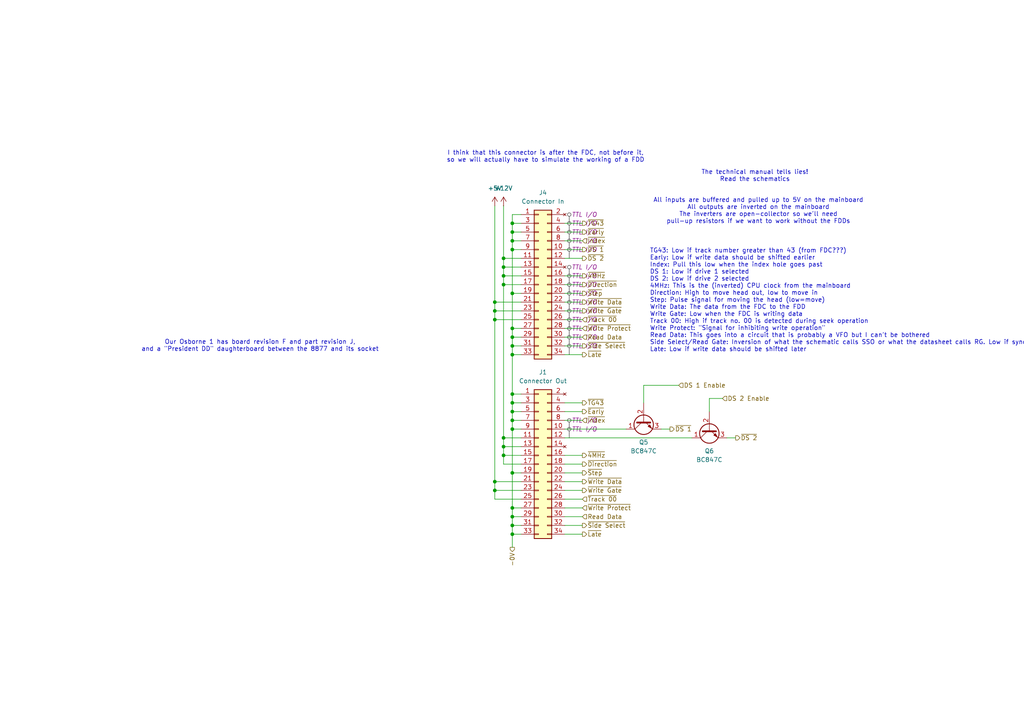
<source format=kicad_sch>
(kicad_sch (version 20231120) (generator "eeschema") (generator_version "8.0")
  (paper "A4")
  (lib_symbols
    (symbol "Conn_02x17_Odd_Even_1" (pin_names (offset 1.016) hide)
      (property "Reference" "J4" (at 1.27 26.67 0))
      (property "Value" "Connector Out" (at 1.27 24.13 0))
      (symbol "Conn_02x17_Odd_Even_1_1_1"
        (rectangle (start -1.27 -20.193) (end 0 -20.447) (stroke (width 0.1524)))
        (rectangle (start -1.27 -17.653) (end 0 -17.907) (stroke (width 0.1524)))
        (rectangle (start -1.27 -15.113) (end 0 -15.367) (stroke (width 0.1524)))
        (rectangle (start -1.27 -12.573) (end 0 -12.827) (stroke (width 0.1524)))
        (rectangle (start -1.27 -10.033) (end 0 -10.287) (stroke (width 0.1524)))
        (rectangle (start -1.27 -7.493) (end 0 -7.747) (stroke (width 0.1524)))
        (rectangle (start -1.27 -4.953) (end 0 -5.207) (stroke (width 0.1524)))
        (rectangle (start -1.27 -2.413) (end 0 -2.667) (stroke (width 0.1524)))
        (rectangle (start -1.27 0.127) (end 0 -0.127) (stroke (width 0.1524)))
        (rectangle (start -1.27 2.667) (end 0 2.413) (stroke (width 0.1524)))
        (rectangle (start -1.27 5.207) (end 0 4.953) (stroke (width 0.1524)))
        (rectangle (start -1.27 7.747) (end 0 7.493) (stroke (width 0.1524)))
        (rectangle (start -1.27 10.287) (end 0 10.033) (stroke (width 0.1524)))
        (rectangle (start -1.27 12.827) (end 0 12.573) (stroke (width 0.1524)))
        (rectangle (start -1.27 15.367) (end 0 15.113) (stroke (width 0.1524)))
        (rectangle (start -1.27 17.907) (end 0 17.653) (stroke (width 0.1524)))
        (rectangle (start -1.27 20.447) (end 0 20.193) (stroke (width 0.1524)))
        (rectangle (start -1.27 21.59) (end 3.81 -21.59) (stroke (width 0.254)) (fill (type background)))
        (rectangle (start 3.81 -20.193) (end 2.54 -20.447) (stroke (width 0.1524)))
        (rectangle (start 3.81 -17.653) (end 2.54 -17.907) (stroke (width 0.1524)))
        (rectangle (start 3.81 -15.113) (end 2.54 -15.367) (stroke (width 0.1524)))
        (rectangle (start 3.81 -12.573) (end 2.54 -12.827) (stroke (width 0.1524)))
        (rectangle (start 3.81 -10.033) (end 2.54 -10.287) (stroke (width 0.1524)))
        (rectangle (start 3.81 -7.493) (end 2.54 -7.747) (stroke (width 0.1524)))
        (rectangle (start 3.81 -4.953) (end 2.54 -5.207) (stroke (width 0.1524)))
        (rectangle (start 3.81 -2.413) (end 2.54 -2.667) (stroke (width 0.1524)))
        (rectangle (start 3.81 0.127) (end 2.54 -0.127) (stroke (width 0.1524)))
        (rectangle (start 3.81 2.667) (end 2.54 2.413) (stroke (width 0.1524)))
        (rectangle (start 3.81 5.207) (end 2.54 4.953) (stroke (width 0.1524)))
        (rectangle (start 3.81 7.747) (end 2.54 7.493) (stroke (width 0.1524)))
        (rectangle (start 3.81 10.287) (end 2.54 10.033) (stroke (width 0.1524)))
        (rectangle (start 3.81 12.827) (end 2.54 12.573) (stroke (width 0.1524)))
        (rectangle (start 3.81 15.367) (end 2.54 15.113) (stroke (width 0.1524)))
        (rectangle (start 3.81 17.907) (end 2.54 17.653) (stroke (width 0.1524)))
        (rectangle (start 3.81 20.447) (end 2.54 20.193) (stroke (width 0.1524)))
        (pin passive line (at -5.08 20.32 0) (length 3.81) (name "Pin_1") (number "1"))
        (pin passive line (at 7.62 10.16 180) (length 3.81) (name "Pin_10") (number "10"))
        (pin passive line (at -5.08 7.62 0) (length 3.81) (name "Pin_11") (number "11"))
        (pin passive line (at 7.62 7.62 180) (length 3.81) (name "Pin_12") (number "12"))
        (pin passive line (at -5.08 5.08 0) (length 3.81) (name "Pin_13") (number "13"))
        (pin no_connect line (at 7.62 5.08 180) (length 3.81) (name "Pin_14") (number "14"))
        (pin passive line (at -5.08 2.54 0) (length 3.81) (name "Pin_15") (number "15"))
        (pin passive line (at 7.62 2.54 180) (length 3.81) (name "Pin_16") (number "16"))
        (pin passive line (at -5.08 0 0) (length 3.81) (name "Pin_17") (number "17"))
        (pin passive line (at 7.62 0 180) (length 3.81) (name "Pin_18") (number "18"))
        (pin passive line (at -5.08 -2.54 0) (length 3.81) (name "Pin_19") (number "19"))
        (pin no_connect line (at 7.62 20.32 180) (length 3.81) (name "Pin_2") (number "2"))
        (pin passive line (at 7.62 -2.54 180) (length 3.81) (name "Pin_20") (number "20"))
        (pin passive line (at -5.08 -5.08 0) (length 3.81) (name "Pin_21") (number "21"))
        (pin passive line (at 7.62 -5.08 180) (length 3.81) (name "Pin_22") (number "22"))
        (pin passive line (at -5.08 -7.62 0) (length 3.81) (name "Pin_23") (number "23"))
        (pin passive line (at 7.62 -7.62 180) (length 3.81) (name "Pin_24") (number "24"))
        (pin passive line (at -5.08 -10.16 0) (length 3.81) (name "Pin_25") (number "25"))
        (pin passive line (at 7.62 -10.16 180) (length 3.81) (name "Pin_26") (number "26"))
        (pin passive line (at -5.08 -12.7 0) (length 3.81) (name "Pin_27") (number "27"))
        (pin passive line (at 7.62 -12.7 180) (length 3.81) (name "Pin_28") (number "28"))
        (pin passive line (at -5.08 -15.24 0) (length 3.81) (name "Pin_29") (number "29"))
        (pin passive line (at -5.08 17.78 0) (length 3.81) (name "Pin_3") (number "3"))
        (pin passive line (at 7.62 -15.24 180) (length 3.81) (name "Pin_30") (number "30"))
        (pin passive line (at -5.08 -17.78 0) (length 3.81) (name "Pin_31") (number "31"))
        (pin passive line (at 7.62 -17.78 180) (length 3.81) (name "Pin_32") (number "32"))
        (pin passive line (at -5.08 -20.32 0) (length 3.81) (name "Pin_33") (number "33"))
        (pin passive line (at 7.62 -20.32 180) (length 3.81) (name "Pin_34") (number "34"))
        (pin passive line (at 7.62 17.78 180) (length 3.81) (name "Pin_4") (number "4"))
        (pin passive line (at -5.08 15.24 0) (length 3.81) (name "Pin_5") (number "5"))
        (pin passive line (at 7.62 15.24 180) (length 3.81) (name "Pin_6") (number "6"))
        (pin passive line (at -5.08 12.7 0) (length 3.81) (name "Pin_7") (number "7"))
        (pin passive line (at 7.62 12.7 180) (length 3.81) (name "Pin_8") (number "8"))
        (pin passive line (at -5.08 10.16 0) (length 3.81) (name "Pin_9") (number "9"))
      )
    )
    (symbol "Connector_Generic:Conn_02x17_Odd_Even" (pin_names (offset 1.016) hide)
      (property "Reference" "J1" (at 1.27 26.67 0))
      (property "Value" "Connector In" (at 1.27 24.13 0))
      (symbol "Conn_02x17_Odd_Even_1_1"
        (rectangle (start -1.27 -20.193) (end 0 -20.447) (stroke (width 0.1524)))
        (rectangle (start -1.27 -17.653) (end 0 -17.907) (stroke (width 0.1524)))
        (rectangle (start -1.27 -15.113) (end 0 -15.367) (stroke (width 0.1524)))
        (rectangle (start -1.27 -12.573) (end 0 -12.827) (stroke (width 0.1524)))
        (rectangle (start -1.27 -10.033) (end 0 -10.287) (stroke (width 0.1524)))
        (rectangle (start -1.27 -7.493) (end 0 -7.747) (stroke (width 0.1524)))
        (rectangle (start -1.27 -4.953) (end 0 -5.207) (stroke (width 0.1524)))
        (rectangle (start -1.27 -2.413) (end 0 -2.667) (stroke (width 0.1524)))
        (rectangle (start -1.27 0.127) (end 0 -0.127) (stroke (width 0.1524)))
        (rectangle (start -1.27 2.667) (end 0 2.413) (stroke (width 0.1524)))
        (rectangle (start -1.27 5.207) (end 0 4.953) (stroke (width 0.1524)))
        (rectangle (start -1.27 7.747) (end 0 7.493) (stroke (width 0.1524)))
        (rectangle (start -1.27 10.287) (end 0 10.033) (stroke (width 0.1524)))
        (rectangle (start -1.27 12.827) (end 0 12.573) (stroke (width 0.1524)))
        (rectangle (start -1.27 15.367) (end 0 15.113) (stroke (width 0.1524)))
        (rectangle (start -1.27 17.907) (end 0 17.653) (stroke (width 0.1524)))
        (rectangle (start -1.27 20.447) (end 0 20.193) (stroke (width 0.1524)))
        (rectangle (start -1.27 21.59) (end 3.81 -21.59) (stroke (width 0.254)) (fill (type background)))
        (rectangle (start 3.81 -20.193) (end 2.54 -20.447) (stroke (width 0.1524)))
        (rectangle (start 3.81 -17.653) (end 2.54 -17.907) (stroke (width 0.1524)))
        (rectangle (start 3.81 -15.113) (end 2.54 -15.367) (stroke (width 0.1524)))
        (rectangle (start 3.81 -12.573) (end 2.54 -12.827) (stroke (width 0.1524)))
        (rectangle (start 3.81 -10.033) (end 2.54 -10.287) (stroke (width 0.1524)))
        (rectangle (start 3.81 -7.493) (end 2.54 -7.747) (stroke (width 0.1524)))
        (rectangle (start 3.81 -4.953) (end 2.54 -5.207) (stroke (width 0.1524)))
        (rectangle (start 3.81 -2.413) (end 2.54 -2.667) (stroke (width 0.1524)))
        (rectangle (start 3.81 0.127) (end 2.54 -0.127) (stroke (width 0.1524)))
        (rectangle (start 3.81 2.667) (end 2.54 2.413) (stroke (width 0.1524)))
        (rectangle (start 3.81 5.207) (end 2.54 4.953) (stroke (width 0.1524)))
        (rectangle (start 3.81 7.747) (end 2.54 7.493) (stroke (width 0.1524)))
        (rectangle (start 3.81 10.287) (end 2.54 10.033) (stroke (width 0.1524)))
        (rectangle (start 3.81 12.827) (end 2.54 12.573) (stroke (width 0.1524)))
        (rectangle (start 3.81 15.367) (end 2.54 15.113) (stroke (width 0.1524)))
        (rectangle (start 3.81 17.907) (end 2.54 17.653) (stroke (width 0.1524)))
        (rectangle (start 3.81 20.447) (end 2.54 20.193) (stroke (width 0.1524)))
        (pin power_out line (at -5.08 20.32 0) (length 3.81) (name "Pin_1") (number "1"))
        (pin output line (at 7.62 10.16 180) (length 3.81) (name "Pin_10") (number "10"))
        (pin power_out line (at -5.08 7.62 0) (length 3.81) (name "Pin_11") (number "11"))
        (pin output line (at 7.62 7.62 180) (length 3.81) (name "Pin_12") (number "12"))
        (pin passive line (at -5.08 5.08 0) (length 3.81) (name "Pin_13") (number "13"))
        (pin no_connect line (at 7.62 5.08 180) (length 3.81) (name "Pin_14") (number "14"))
        (pin passive line (at -5.08 2.54 0) (length 3.81) (name "Pin_15") (number "15"))
        (pin output line (at 7.62 2.54 180) (length 3.81) (name "Pin_16") (number "16"))
        (pin passive line (at -5.08 0 0) (length 3.81) (name "Pin_17") (number "17"))
        (pin output line (at 7.62 0 180) (length 3.81) (name "Pin_18") (number "18"))
        (pin passive line (at -5.08 -2.54 0) (length 3.81) (name "Pin_19") (number "19"))
        (pin no_connect line (at 7.62 20.32 180) (length 3.81) (name "Pin_2") (number "2"))
        (pin output line (at 7.62 -2.54 180) (length 3.81) (name "Pin_20") (number "20"))
        (pin power_out line (at -5.08 -5.08 0) (length 3.81) (name "Pin_21") (number "21"))
        (pin output line (at 7.62 -5.08 180) (length 3.81) (name "Pin_22") (number "22"))
        (pin passive line (at -5.08 -7.62 0) (length 3.81) (name "Pin_23") (number "23"))
        (pin output line (at 7.62 -7.62 180) (length 3.81) (name "Pin_24") (number "24"))
        (pin passive line (at -5.08 -10.16 0) (length 3.81) (name "Pin_25") (number "25"))
        (pin input line (at 7.62 -10.16 180) (length 3.81) (name "Pin_26") (number "26"))
        (pin passive line (at -5.08 -12.7 0) (length 3.81) (name "Pin_27") (number "27"))
        (pin input line (at 7.62 -12.7 180) (length 3.81) (name "Pin_28") (number "28"))
        (pin passive line (at -5.08 -15.24 0) (length 3.81) (name "Pin_29") (number "29"))
        (pin passive line (at -5.08 17.78 0) (length 3.81) (name "Pin_3") (number "3"))
        (pin input line (at 7.62 -15.24 180) (length 3.81) (name "Pin_30") (number "30"))
        (pin passive line (at -5.08 -17.78 0) (length 3.81) (name "Pin_31") (number "31"))
        (pin output line (at 7.62 -17.78 180) (length 3.81) (name "Pin_32") (number "32"))
        (pin passive line (at -5.08 -20.32 0) (length 3.81) (name "Pin_33") (number "33"))
        (pin output line (at 7.62 -20.32 180) (length 3.81) (name "Pin_34") (number "34"))
        (pin output line (at 7.62 17.78 180) (length 3.81) (name "Pin_4") (number "4"))
        (pin passive line (at -5.08 15.24 0) (length 3.81) (name "Pin_5") (number "5"))
        (pin output line (at 7.62 15.24 180) (length 3.81) (name "Pin_6") (number "6"))
        (pin passive line (at -5.08 12.7 0) (length 3.81) (name "Pin_7") (number "7"))
        (pin input line (at 7.62 12.7 180) (length 3.81) (name "Pin_8") (number "8"))
        (pin passive line (at -5.08 10.16 0) (length 3.81) (name "Pin_9") (number "9"))
      )
    )
    (symbol "Transistor_BJT:BC547" (pin_names (offset 0) hide)
      (property "Reference" "Q" (at 5.08 1.905 0))
      (property "Value" "BC547" (at 5.08 0 0))
      (symbol "BC547_0_1"
        (polyline (pts (xy 0 0) (xy 0.635 0)))
        (polyline (pts (xy 0.635 0.635) (xy 2.54 2.54)))
        (polyline (pts (xy 0.635 -0.635) (xy 2.54 -2.54) (xy 2.54 -2.54)))
        (polyline (pts (xy 0.635 1.905) (xy 0.635 -1.905) (xy 0.635 -1.905)) (stroke (width 0.508)))
        (polyline (pts (xy 1.27 -1.778) (xy 1.778 -1.27) (xy 2.286 -2.286) (xy 1.27 -1.778) (xy 1.27 -1.778)) (fill (type outline)))
        (circle (center 1.27 0) (radius 2.8194) (stroke (width 0.254)))
      )
      (symbol "BC547_1_1"
        (pin passive line (at 2.54 5.08 270) (length 2.54) (name "C") (number "1"))
        (pin input line (at -5.08 0 0) (length 5.08) (name "B") (number "2"))
        (pin passive line (at 2.54 -5.08 90) (length 2.54) (name "E") (number "3"))
      )
    )
    (symbol "power:+12V" (power) (pin_numbers hide) (pin_names (offset 0) hide)
      (property "Value" "+12V" (at 0 3.556 0))
      (symbol "+12V_0_1"
        (polyline (pts (xy -0.762 1.27) (xy 0 2.54)))
        (polyline (pts (xy 0 0) (xy 0 2.54)))
        (polyline (pts (xy 0 2.54) (xy 0.762 1.27)))
      )
      (symbol "+12V_1_1"
        (pin power_in line (at 0 0 90) (length 0) (name "~") (number "1"))
      )
    )
    (symbol "power:+5V" (power) (pin_numbers hide) (pin_names (offset 0) hide)
      (property "Value" "+5V" (at 0 3.556 0))
      (symbol "+5V_0_1"
        (polyline (pts (xy -0.762 1.27) (xy 0 2.54)))
        (polyline (pts (xy 0 0) (xy 0 2.54)))
        (polyline (pts (xy 0 2.54) (xy 0.762 1.27)))
      )
      (symbol "+5V_1_1"
        (pin power_in line (at 0 0 90) (length 0) (name "~") (number "1"))
      )
    )
  )
  (junction (at 148.59 149.86))
  (junction (at 148.59 64.77))
  (junction (at 148.59 69.85))
  (junction (at 143.51 87.63))
  (junction (at 146.05 77.47))
  (junction (at 148.59 97.79))
  (junction (at 148.59 102.87))
  (junction (at 148.59 124.46))
  (junction (at 148.59 114.3))
  (junction (at 148.59 154.94))
  (junction (at 148.59 152.4))
  (junction (at 148.59 147.32))
  (junction (at 146.05 74.93))
  (junction (at 148.59 119.38))
  (junction (at 143.51 92.71))
  (junction (at 148.59 85.09))
  (junction (at 148.59 116.84))
  (junction (at 146.05 82.55))
  (junction (at 143.51 142.24))
  (junction (at 148.59 121.92))
  (junction (at 146.05 127))
  (junction (at 148.59 72.39))
  (junction (at 146.05 80.01))
  (junction (at 146.05 129.54))
  (junction (at 148.59 137.16))
  (junction (at 148.59 67.31))
  (junction (at 143.51 90.17))
  (junction (at 148.59 100.33))
  (junction (at 148.59 95.25))
  (junction (at 143.51 139.7))
  (junction (at 146.05 132.08))
  (wire (pts (xy 143.51 92.71) (xy 151.13 92.71)))
  (wire (pts (xy 163.83 74.93) (xy 168.91 74.93)))
  (wire (pts (xy 148.59 97.79) (xy 148.59 100.33)))
  (wire (pts (xy 148.59 67.31) (xy 148.59 69.85)))
  (wire (pts (xy 163.83 80.01) (xy 168.91 80.01)))
  (wire (pts (xy 148.59 69.85) (xy 151.13 69.85)))
  (wire (pts (xy 148.59 154.94) (xy 151.13 154.94)))
  (wire (pts (xy 146.05 132.08) (xy 146.05 129.54)))
  (wire (pts (xy 148.59 149.86) (xy 148.59 152.4)))
  (wire (pts (xy 163.83 119.38) (xy 168.91 119.38)))
  (wire (pts (xy 163.83 144.78) (xy 168.91 144.78)))
  (wire (pts (xy 148.59 67.31) (xy 151.13 67.31)))
  (wire (pts (xy 148.59 102.87) (xy 148.59 114.3)))
  (wire (pts (xy 163.83 154.94) (xy 168.91 154.94)))
  (wire (pts (xy 151.13 102.87) (xy 148.59 102.87)))
  (wire (pts (xy 146.05 59.69) (xy 146.05 74.93)))
  (wire (pts (xy 163.83 97.79) (xy 168.91 97.79)))
  (wire (pts (xy 148.59 114.3) (xy 151.13 114.3)))
  (wire (pts (xy 186.69 111.76) (xy 196.85 111.76)))
  (wire (pts (xy 143.51 144.78) (xy 143.51 142.24)))
  (wire (pts (xy 148.59 72.39) (xy 148.59 85.09)))
  (wire (pts (xy 163.83 67.31) (xy 168.91 67.31)))
  (wire (pts (xy 148.59 64.77) (xy 148.59 67.31)))
  (wire (pts (xy 163.83 127) (xy 200.66 127)))
  (wire (pts (xy 194.31 124.46) (xy 191.77 124.46)))
  (wire (pts (xy 148.59 147.32) (xy 148.59 149.86)))
  (wire (pts (xy 205.74 115.57) (xy 205.74 119.38)))
  (wire (pts (xy 148.59 100.33) (xy 151.13 100.33)))
  (wire (pts (xy 163.83 116.84) (xy 168.91 116.84)))
  (wire (pts (xy 151.13 62.23) (xy 148.59 62.23)))
  (wire (pts (xy 146.05 74.93) (xy 151.13 74.93)))
  (wire (pts (xy 163.83 102.87) (xy 168.91 102.87)))
  (wire (pts (xy 148.59 116.84) (xy 151.13 116.84)))
  (wire (pts (xy 143.51 90.17) (xy 151.13 90.17)))
  (wire (pts (xy 148.59 119.38) (xy 151.13 119.38)))
  (wire (pts (xy 163.83 142.24) (xy 168.91 142.24)))
  (wire (pts (xy 143.51 142.24) (xy 143.51 139.7)))
  (wire (pts (xy 143.51 87.63) (xy 143.51 90.17)))
  (wire (pts (xy 148.59 72.39) (xy 151.13 72.39)))
  (wire (pts (xy 146.05 127) (xy 151.13 127)))
  (wire (pts (xy 163.83 85.09) (xy 168.91 85.09)))
  (wire (pts (xy 146.05 127) (xy 146.05 82.55)))
  (wire (pts (xy 151.13 144.78) (xy 143.51 144.78)))
  (wire (pts (xy 148.59 124.46) (xy 148.59 137.16)))
  (wire (pts (xy 163.83 69.85) (xy 168.91 69.85)))
  (wire (pts (xy 148.59 154.94) (xy 148.59 158.75)))
  (wire (pts (xy 146.05 82.55) (xy 151.13 82.55)))
  (wire (pts (xy 163.83 100.33) (xy 168.91 100.33)))
  (wire (pts (xy 163.83 132.08) (xy 168.91 132.08)))
  (wire (pts (xy 148.59 114.3) (xy 148.59 116.84)))
  (wire (pts (xy 163.83 121.92) (xy 168.91 121.92)))
  (wire (pts (xy 143.51 142.24) (xy 151.13 142.24)))
  (wire (pts (xy 148.59 149.86) (xy 151.13 149.86)))
  (wire (pts (xy 146.05 74.93) (xy 146.05 77.47)))
  (wire (pts (xy 148.59 137.16) (xy 151.13 137.16)))
  (wire (pts (xy 148.59 100.33) (xy 148.59 102.87)))
  (wire (pts (xy 146.05 129.54) (xy 151.13 129.54)))
  (wire (pts (xy 209.55 115.57) (xy 205.74 115.57)))
  (wire (pts (xy 148.59 152.4) (xy 148.59 154.94)))
  (wire (pts (xy 148.59 121.92) (xy 151.13 121.92)))
  (wire (pts (xy 148.59 95.25) (xy 151.13 95.25)))
  (wire (pts (xy 143.51 90.17) (xy 143.51 92.71)))
  (wire (pts (xy 148.59 97.79) (xy 151.13 97.79)))
  (wire (pts (xy 210.82 127) (xy 213.36 127)))
  (wire (pts (xy 148.59 152.4) (xy 151.13 152.4)))
  (wire (pts (xy 143.51 139.7) (xy 151.13 139.7)))
  (wire (pts (xy 163.83 82.55) (xy 168.91 82.55)))
  (wire (pts (xy 148.59 147.32) (xy 151.13 147.32)))
  (wire (pts (xy 148.59 62.23) (xy 148.59 64.77)))
  (wire (pts (xy 163.83 90.17) (xy 168.91 90.17)))
  (wire (pts (xy 146.05 80.01) (xy 151.13 80.01)))
  (wire (pts (xy 148.59 116.84) (xy 148.59 119.38)))
  (wire (pts (xy 148.59 121.92) (xy 148.59 124.46)))
  (wire (pts (xy 151.13 134.62) (xy 146.05 134.62)))
  (wire (pts (xy 146.05 134.62) (xy 146.05 132.08)))
  (wire (pts (xy 163.83 87.63) (xy 168.91 87.63)))
  (wire (pts (xy 163.83 139.7) (xy 168.91 139.7)))
  (wire (pts (xy 163.83 149.86) (xy 168.91 149.86)))
  (wire (pts (xy 146.05 77.47) (xy 146.05 80.01)))
  (wire (pts (xy 143.51 87.63) (xy 151.13 87.63)))
  (wire (pts (xy 143.51 139.7) (xy 143.51 92.71)))
  (wire (pts (xy 163.83 92.71) (xy 168.91 92.71)))
  (wire (pts (xy 163.83 72.39) (xy 168.91 72.39)))
  (wire (pts (xy 143.51 59.69) (xy 143.51 87.63)))
  (wire (pts (xy 148.59 85.09) (xy 151.13 85.09)))
  (wire (pts (xy 148.59 119.38) (xy 148.59 121.92)))
  (wire (pts (xy 148.59 137.16) (xy 148.59 147.32)))
  (wire (pts (xy 148.59 64.77) (xy 151.13 64.77)))
  (wire (pts (xy 163.83 137.16) (xy 168.91 137.16)))
  (wire (pts (xy 146.05 80.01) (xy 146.05 82.55)))
  (wire (pts (xy 163.83 147.32) (xy 168.91 147.32)))
  (wire (pts (xy 146.05 77.47) (xy 151.13 77.47)))
  (wire (pts (xy 148.59 124.46) (xy 151.13 124.46)))
  (wire (pts (xy 163.83 152.4) (xy 168.91 152.4)))
  (wire (pts (xy 181.61 124.46) (xy 163.83 124.46)))
  (wire (pts (xy 148.59 69.85) (xy 148.59 72.39)))
  (wire (pts (xy 186.69 111.76) (xy 186.69 116.84)))
  (wire (pts (xy 163.83 64.77) (xy 168.91 64.77)))
  (wire (pts (xy 163.83 134.62) (xy 168.91 134.62)))
  (wire (pts (xy 146.05 129.54) (xy 146.05 127)))
  (wire (pts (xy 163.83 95.25) (xy 168.91 95.25)))
  (wire (pts (xy 148.59 95.25) (xy 148.59 97.79)))
  (wire (pts (xy 146.05 132.08) (xy 151.13 132.08)))
  (wire (pts (xy 148.59 85.09) (xy 148.59 95.25)))
  (text "TG43: Low if track number greater than 43 (from FDC???)\nEarly: Low if write data should be shifted earlier\nIndex: Pull this low when the index hole goes past\nDS 1: Low if drive 1 selected\nDS 2: Low if drive 2 selected\n4MHz: This is the (inverted) CPU clock from the mainboard\nDirection: High to move head out, low to move in\nStep: Pulse signal for moving the head (low=move)\nWrite Data: The data from the FDC to the FDD\nWrite Gate: Low when the FDC is writing data\nTrack 00: High if track no. 00 is detected during seek operation\nWrite Protect: \"Signal for inhibiting write operation\"\nRead Data: This goes into a circuit that is probably a VFO but I can't be bothered\nSide Select/Read Gate: Inversion of what the schematic calls SSO or what the datasheet calls RG. Low if sync byte found\nLate: Low if write data should be shifted later" (at 188.468 87.122 0) (effects (font (size 1.27 1.27)) (justify left)))
  (text "The technical manual tells lies!\nRead the schematics" (at 218.948 51.054 0) (effects (font (size 1.27 1.27))))
  (text "I think that this connector is after the FDC, not before it,\nso we will actually have to simulate the working of a FDD" (at 158.242 45.466 0) (effects (font (size 1.27 1.27))))
  (text "All inputs are buffered and pulled up to 5V on the mainboard\nAll outputs are inverted on the mainboard\nThe inverters are open-collector so we'll need\npull-up resistors if we want to work without the FDDs" (at 219.964 61.214 0) (effects (font (size 1.27 1.27))))
  (text "Our Osborne 1 has board revision F and part revision J,\nand a \"President DD\" daughterboard between the 8877 and its socket" (at 75.438 100.33 0) (effects (font (size 1.27 1.27))))
  (hierarchical_label "~{4MHz}" (shape output) (at 168.91 80.01 0))
  (hierarchical_label "~{4MHz}" (shape output) (at 168.91 132.08 0))
  (hierarchical_label "~{Write Data}" (shape output) (at 168.91 87.63 0))
  (hierarchical_label "DS 1 Enable" (shape input) (at 196.85 111.76 0))
  (hierarchical_label "~{Write Data}" (shape output) (at 168.91 139.7 0))
  (hierarchical_label "~{TG43}" (shape output) (at 168.91 116.84 0))
  (hierarchical_label "~{Write Protect}" (shape input) (at 168.91 147.32 0))
  (hierarchical_label "~{Side Select}" (shape output) (at 168.91 100.33 0))
  (hierarchical_label "~{Step}" (shape output) (at 168.91 137.16 0))
  (hierarchical_label "~{Index}" (shape input) (at 168.91 69.85 0))
  (hierarchical_label "-0V" (shape output) (at 148.59 158.75 270))
  (hierarchical_label "~{Side Select}" (shape output) (at 168.91 152.4 0))
  (hierarchical_label "~{Direction}" (shape output) (at 168.91 134.62 0))
  (hierarchical_label "~{DS 2}" (shape output) (at 168.91 74.93 0))
  (hierarchical_label "~{Late}" (shape output) (at 168.91 154.94 0))
  (hierarchical_label "Read Data" (shape input) (at 168.91 97.79 0))
  (hierarchical_label "~{Track 00}" (shape input) (at 168.91 92.71 0))
  (hierarchical_label "~{Late}" (shape output) (at 168.91 102.87 0))
  (hierarchical_label "~{Index}" (shape input) (at 168.91 121.92 0))
  (hierarchical_label "DS 2 Enable" (shape input) (at 209.55 115.57 0))
  (hierarchical_label "~{Early}" (shape output) (at 168.91 67.31 0))
  (hierarchical_label "~{TG43}" (shape output) (at 168.91 64.77 0))
  (hierarchical_label "~{DS 1}" (shape output) (at 194.31 124.46 0))
  (hierarchical_label "~{Early}" (shape output) (at 168.91 119.38 0))
  (hierarchical_label "~{Write Gate}" (shape output) (at 168.91 142.24 0))
  (hierarchical_label "Read Data" (shape input) (at 168.91 149.86 0))
  (hierarchical_label "~{DS 2}" (shape output) (at 213.36 127 0))
  (hierarchical_label "~{Write Gate}" (shape output) (at 168.91 90.17 0))
  (hierarchical_label "~{DS 1}" (shape output) (at 168.91 72.39 0))
  (hierarchical_label "~{Step}" (shape output) (at 168.91 85.09 0))
  (hierarchical_label "~{Direction}" (shape output) (at 168.91 82.55 0))
  (hierarchical_label "~{Write Protect}" (shape input) (at 168.91 95.25 0))
  (hierarchical_label "~{Track 00}" (shape input) (at 168.91 144.78 0))
  (netclass_flag "" (length 2.54) (shape round) (at 165.1 102.87 0) (property "Netclass" "TTL I/O" (at 165.7985 100.33 0) (effects (font (italic yes)) (justify left))))
  (netclass_flag "" (length 2.54) (shape round) (at 165.1 64.77 0) (property "Netclass" "TTL I/O" (at 165.7985 62.23 0) (effects (font (italic yes)) (justify left))))
  (netclass_flag "" (length 2.54) (shape round) (at 165.1 74.93 0) (property "Netclass" "TTL I/O" (at 165.7985 72.39 0) (effects (font (italic yes)) (justify left))))
  (netclass_flag "" (length 2.54) (shape round) (at 165.1 85.09 0) (property "Netclass" "TTL I/O" (at 165.7985 82.55 0) (effects (font (italic yes)) (justify left))))
  (netclass_flag "" (length 2.54) (shape round) (at 165.1 72.39 0) (property "Netclass" "TTL I/O" (at 165.7985 69.85 0) (effects (font (italic yes)) (justify left))))
  (netclass_flag "" (length 2.54) (shape round) (at 165.1 95.25 0) (property "Netclass" "TTL I/O" (at 165.7985 92.71 0) (effects (font (italic yes)) (justify left))))
  (netclass_flag "" (length 2.54) (shape round) (at 165.1 69.85 0) (property "Netclass" "TTL I/O" (at 165.7985 67.31 0) (effects (font (italic yes)) (justify left))))
  (netclass_flag "" (length 2.54) (shape round) (at 165.1 82.55 0) (property "Netclass" "TTL I/O" (at 165.7985 80.01 0) (effects (font (italic yes)) (justify left))))
  (netclass_flag "" (length 2.54) (shape round) (at 165.1 97.79 0) (property "Netclass" "TTL I/O" (at 165.7985 95.25 0) (effects (font (italic yes)) (justify left))))
  (netclass_flag "" (length 2.54) (shape round) (at 165.1 67.31 0) (property "Netclass" "TTL I/O" (at 165.7985 64.77 0) (effects (font (italic yes)) (justify left))))
  (netclass_flag "" (length 2.54) (shape round) (at 165.1 127 0) (property "Netclass" "TTL I/O" (at 165.7985 124.46 0) (effects (font (italic yes)) (justify left))))
  (netclass_flag "" (length 2.54) (shape round) (at 165.1 80.01 0) (property "Netclass" "TTL I/O" (at 165.7985 77.47 0) (effects (font (italic yes)) (justify left))))
  (netclass_flag "" (length 2.54) (shape round) (at 165.1 100.33 0) (property "Netclass" "TTL I/O" (at 165.7985 97.79 0) (effects (font (italic yes)) (justify left))))
  (netclass_flag "" (length 2.54) (shape round) (at 165.1 124.46 0) (property "Netclass" "TTL I/O" (at 165.7985 121.92 0) (effects (font (italic yes)) (justify left))))
  (netclass_flag "" (length 2.54) (shape round) (at 165.1 90.17 0) (property "Netclass" "TTL I/O" (at 165.7985 87.63 0) (effects (font (italic yes)) (justify left))))
  (netclass_flag "" (length 2.54) (shape round) (at 165.1 92.71 0) (property "Netclass" "TTL I/O" (at 165.7985 90.17 0) (effects (font (italic yes)) (justify left))))
  (netclass_flag "" (length 2.54) (shape round) (at 165.1 87.63 0) (property "Netclass" "TTL I/O" (at 165.7985 85.09 0) (effects (font (italic yes)) (justify left))))
  (symbol (lib_id "power:+5V") (at 143.51 59.69 0) (unit 1)
    (property "Reference" "#PWR023" (effects (hide yes)))
    (property "Value" "+5V" (at 143.51 54.61 0))
    (property "Description" "Power symbol creates a global label with name \"+5V\"" (effects (hide yes)))
  )
  (symbol (lib_id "Connector_Generic:Conn_02x17_Odd_Even") (at 156.21 82.55 0) (unit 1)
    (property "Reference" "J4" (at 157.48 55.88 0))
    (property "Value" "Connector In" (at 157.48 58.42 0))
    (property "Footprint" "Connector_PinSocket_2.54mm:PinSocket_2x17_P2.54mm_Vertical_SMD" (effects (hide yes)))
    (property "Description" "Generic connector, double row, 02x17, odd/even pin numbering scheme (row 1 odd numbers, row 2 even numbers), script generated (kicad-library-utils/schlib/autogen/connector/)" (effects (hide yes)))
    (property "Mouser part no." "855-M20-7872042" (effects (hide yes)))
    (property "Part no." "M20-7872042" (effects (hide yes)))
  )
  (symbol (lib_id "power:+12V") (at 146.05 59.69 0) (unit 1)
    (property "Reference" "#PWR022" (effects (hide yes)))
    (property "Value" "+12V" (at 146.05 54.61 0))
    (property "Description" "Power symbol creates a global label with name \"+12V\"" (effects (hide yes)))
  )
  (symbol (lib_id "Transistor_BJT:BC547") (at 186.69 121.92 90) (mirror x) (unit 1)
    (property "Reference" "Q5" (at 186.69 128.27 90))
    (property "Value" "BC847C" (at 186.69 130.81 90))
    (property "Footprint" "Package_TO_SOT_SMD:SOT-23_Handsoldering" (effects (hide yes)))
    (property "Datasheet" "https://au.mouser.com/datasheet/2/916/BC847X_SER-3081381.pdf" (effects (hide yes)))
    (property "Description" "0.1A Ic, 45V Vce, Small Signal NPN Transistor, TO-92" (effects (hide yes)))
    (property "Mouser part no." "771-BC847C-T/R" (effects (hide yes)))
    (property "Part no." "BC847C-T/R" (effects (hide yes)))
  )
  (symbol (lib_name "Conn_02x17_Odd_Even_1") (lib_id "Connector_Generic:Conn_02x17_Odd_Even") (at 156.21 134.62 0) (unit 1)
    (property "Reference" "J1" (at 157.48 107.95 0))
    (property "Value" "Connector Out" (at 157.48 110.49 0))
    (property "Footprint" "Connector_PinHeader_2.54mm:PinHeader_2x17_P2.54mm_Vertical_SMD" (effects (hide yes)))
    (property "Description" "Generic connector, double row, 02x17, odd/even pin numbering scheme (row 1 odd numbers, row 2 even numbers), script generated (kicad-library-utils/schlib/autogen/connector/)" (effects (hide yes)))
    (property "Mouser part no." "855-M20-7812045" (effects (hide yes)))
    (property "Part no." "M20-7812045" (effects (hide yes)))
  )
  (symbol (lib_id "Transistor_BJT:BC547") (at 205.74 124.46 90) (mirror x) (unit 1)
    (property "Reference" "Q6" (at 205.74 130.81 90))
    (property "Value" "BC847C" (at 205.74 133.35 90))
    (property "Footprint" "Package_TO_SOT_SMD:SOT-23_Handsoldering" (effects (hide yes)))
    (property "Datasheet" "https://au.mouser.com/datasheet/2/916/BC847X_SER-3081381.pdf" (effects (hide yes)))
    (property "Description" "0.1A Ic, 45V Vce, Small Signal NPN Transistor, TO-92" (effects (hide yes)))
    (property "Mouser part no." "771-BC847C-T/R" (effects (hide yes)))
    (property "Part no." "BC847C-T/R" (effects (hide yes)))
  )
)
</source>
